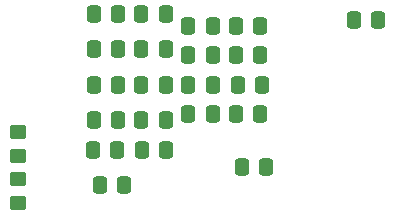
<source format=gbr>
%TF.GenerationSoftware,KiCad,Pcbnew,8.0.6*%
%TF.CreationDate,2024-11-07T17:09:19-06:00*%
%TF.ProjectId,CameraAI_PCB,43616d65-7261-4414-995f-5043422e6b69,rev?*%
%TF.SameCoordinates,Original*%
%TF.FileFunction,Paste,Bot*%
%TF.FilePolarity,Positive*%
%FSLAX46Y46*%
G04 Gerber Fmt 4.6, Leading zero omitted, Abs format (unit mm)*
G04 Created by KiCad (PCBNEW 8.0.6) date 2024-11-07 17:09:19*
%MOMM*%
%LPD*%
G01*
G04 APERTURE LIST*
G04 Aperture macros list*
%AMRoundRect*
0 Rectangle with rounded corners*
0 $1 Rounding radius*
0 $2 $3 $4 $5 $6 $7 $8 $9 X,Y pos of 4 corners*
0 Add a 4 corners polygon primitive as box body*
4,1,4,$2,$3,$4,$5,$6,$7,$8,$9,$2,$3,0*
0 Add four circle primitives for the rounded corners*
1,1,$1+$1,$2,$3*
1,1,$1+$1,$4,$5*
1,1,$1+$1,$6,$7*
1,1,$1+$1,$8,$9*
0 Add four rect primitives between the rounded corners*
20,1,$1+$1,$2,$3,$4,$5,0*
20,1,$1+$1,$4,$5,$6,$7,0*
20,1,$1+$1,$6,$7,$8,$9,0*
20,1,$1+$1,$8,$9,$2,$3,0*%
G04 Aperture macros list end*
%ADD10RoundRect,0.250000X0.337500X0.475000X-0.337500X0.475000X-0.337500X-0.475000X0.337500X-0.475000X0*%
%ADD11RoundRect,0.250000X-0.337500X-0.475000X0.337500X-0.475000X0.337500X0.475000X-0.337500X0.475000X0*%
%ADD12RoundRect,0.250000X-0.450000X0.350000X-0.450000X-0.350000X0.450000X-0.350000X0.450000X0.350000X0*%
G04 APERTURE END LIST*
D10*
%TO.C,C11*%
X138037500Y-63490000D03*
X135962500Y-63490000D03*
%TD*%
D11*
%TO.C,C17*%
X131925000Y-66500000D03*
X134000000Y-66500000D03*
%TD*%
D10*
%TO.C,C13*%
X138037500Y-69510000D03*
X135962500Y-69510000D03*
%TD*%
%TO.C,C19*%
X134000000Y-72520000D03*
X131925000Y-72520000D03*
%TD*%
D12*
%TO.C,R2*%
X125500000Y-77500000D03*
X125500000Y-79500000D03*
%TD*%
D10*
%TO.C,C18*%
X134000000Y-69510000D03*
X131925000Y-69510000D03*
%TD*%
%TO.C,C8*%
X142037500Y-69500000D03*
X139962500Y-69500000D03*
%TD*%
%TO.C,C2*%
X146537500Y-76500000D03*
X144462500Y-76500000D03*
%TD*%
%TO.C,C7*%
X142037500Y-67000000D03*
X139962500Y-67000000D03*
%TD*%
%TO.C,C12*%
X138037500Y-66500000D03*
X135962500Y-66500000D03*
%TD*%
%TO.C,C16*%
X134000000Y-63490000D03*
X131925000Y-63490000D03*
%TD*%
%TO.C,C23*%
X156037500Y-64000000D03*
X153962500Y-64000000D03*
%TD*%
D12*
%TO.C,R3*%
X125500000Y-73500000D03*
X125500000Y-75500000D03*
%TD*%
D10*
%TO.C,C15*%
X138075000Y-75000000D03*
X136000000Y-75000000D03*
%TD*%
%TO.C,C6*%
X142037500Y-64490000D03*
X139962500Y-64490000D03*
%TD*%
D11*
%TO.C,C4*%
X143962500Y-72000000D03*
X146037500Y-72000000D03*
%TD*%
D10*
%TO.C,C10*%
X146190000Y-69490000D03*
X144115000Y-69490000D03*
%TD*%
%TO.C,C14*%
X138037500Y-72520000D03*
X135962500Y-72520000D03*
%TD*%
%TO.C,C5*%
X146037500Y-67000000D03*
X143962500Y-67000000D03*
%TD*%
%TO.C,C3*%
X134537500Y-78000000D03*
X132462500Y-78000000D03*
%TD*%
%TO.C,C9*%
X142037500Y-72000000D03*
X139962500Y-72000000D03*
%TD*%
%TO.C,C20*%
X133922500Y-75020000D03*
X131847500Y-75020000D03*
%TD*%
%TO.C,C1*%
X146037500Y-64500000D03*
X143962500Y-64500000D03*
%TD*%
M02*

</source>
